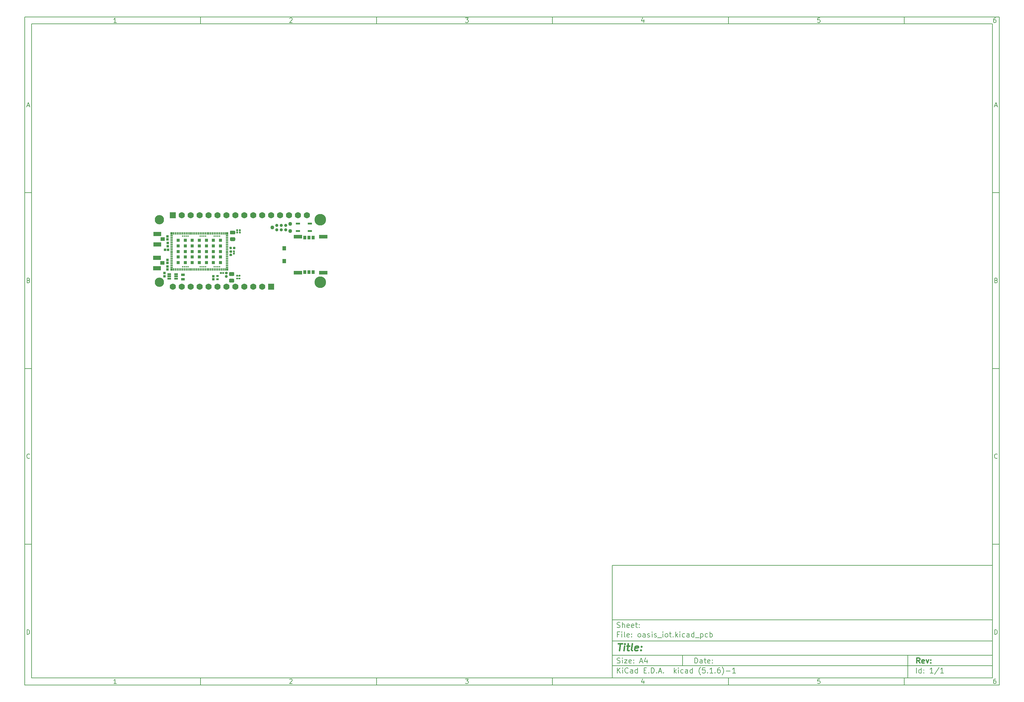
<source format=gts>
G04 #@! TF.GenerationSoftware,KiCad,Pcbnew,(5.1.6)-1*
G04 #@! TF.CreationDate,2021-06-30T18:45:26-06:00*
G04 #@! TF.ProjectId,oasis_iot,6f617369-735f-4696-9f74-2e6b69636164,rev?*
G04 #@! TF.SameCoordinates,Original*
G04 #@! TF.FileFunction,Soldermask,Top*
G04 #@! TF.FilePolarity,Negative*
%FSLAX46Y46*%
G04 Gerber Fmt 4.6, Leading zero omitted, Abs format (unit mm)*
G04 Created by KiCad (PCBNEW (5.1.6)-1) date 2021-06-30 18:45:26*
%MOMM*%
%LPD*%
G01*
G04 APERTURE LIST*
%ADD10C,0.100000*%
%ADD11C,0.150000*%
%ADD12C,0.300000*%
%ADD13C,0.400000*%
%ADD14C,1.776400*%
%ADD15R,1.776400X1.776400*%
%ADD16C,2.640000*%
%ADD17C,3.300000*%
%ADD18R,1.000000X0.800000*%
%ADD19R,1.100000X1.200000*%
%ADD20R,0.900000X1.100000*%
%ADD21R,2.400000X1.100000*%
%ADD22R,0.900000X0.900000*%
%ADD23R,0.400000X0.400000*%
%ADD24R,0.400000X0.640000*%
%ADD25R,0.640000X0.640000*%
%ADD26R,0.640000X0.400000*%
%ADD27R,1.150000X1.100000*%
%ADD28R,2.300000X1.150000*%
%ADD29R,0.700000X0.640000*%
%ADD30R,1.070000X0.490000*%
%ADD31R,1.243000X0.506400*%
%ADD32R,0.730000X0.610000*%
%ADD33C,0.887000*%
%ADD34C,1.091000*%
%ADD35R,0.640000X0.700000*%
G04 APERTURE END LIST*
D10*
D11*
X177002200Y-166007200D02*
X177002200Y-198007200D01*
X285002200Y-198007200D01*
X285002200Y-166007200D01*
X177002200Y-166007200D01*
D10*
D11*
X10000000Y-10000000D02*
X10000000Y-200007200D01*
X287002200Y-200007200D01*
X287002200Y-10000000D01*
X10000000Y-10000000D01*
D10*
D11*
X12000000Y-12000000D02*
X12000000Y-198007200D01*
X285002200Y-198007200D01*
X285002200Y-12000000D01*
X12000000Y-12000000D01*
D10*
D11*
X60000000Y-12000000D02*
X60000000Y-10000000D01*
D10*
D11*
X110000000Y-12000000D02*
X110000000Y-10000000D01*
D10*
D11*
X160000000Y-12000000D02*
X160000000Y-10000000D01*
D10*
D11*
X210000000Y-12000000D02*
X210000000Y-10000000D01*
D10*
D11*
X260000000Y-12000000D02*
X260000000Y-10000000D01*
D10*
D11*
X36065476Y-11588095D02*
X35322619Y-11588095D01*
X35694047Y-11588095D02*
X35694047Y-10288095D01*
X35570238Y-10473809D01*
X35446428Y-10597619D01*
X35322619Y-10659523D01*
D10*
D11*
X85322619Y-10411904D02*
X85384523Y-10350000D01*
X85508333Y-10288095D01*
X85817857Y-10288095D01*
X85941666Y-10350000D01*
X86003571Y-10411904D01*
X86065476Y-10535714D01*
X86065476Y-10659523D01*
X86003571Y-10845238D01*
X85260714Y-11588095D01*
X86065476Y-11588095D01*
D10*
D11*
X135260714Y-10288095D02*
X136065476Y-10288095D01*
X135632142Y-10783333D01*
X135817857Y-10783333D01*
X135941666Y-10845238D01*
X136003571Y-10907142D01*
X136065476Y-11030952D01*
X136065476Y-11340476D01*
X136003571Y-11464285D01*
X135941666Y-11526190D01*
X135817857Y-11588095D01*
X135446428Y-11588095D01*
X135322619Y-11526190D01*
X135260714Y-11464285D01*
D10*
D11*
X185941666Y-10721428D02*
X185941666Y-11588095D01*
X185632142Y-10226190D02*
X185322619Y-11154761D01*
X186127380Y-11154761D01*
D10*
D11*
X236003571Y-10288095D02*
X235384523Y-10288095D01*
X235322619Y-10907142D01*
X235384523Y-10845238D01*
X235508333Y-10783333D01*
X235817857Y-10783333D01*
X235941666Y-10845238D01*
X236003571Y-10907142D01*
X236065476Y-11030952D01*
X236065476Y-11340476D01*
X236003571Y-11464285D01*
X235941666Y-11526190D01*
X235817857Y-11588095D01*
X235508333Y-11588095D01*
X235384523Y-11526190D01*
X235322619Y-11464285D01*
D10*
D11*
X285941666Y-10288095D02*
X285694047Y-10288095D01*
X285570238Y-10350000D01*
X285508333Y-10411904D01*
X285384523Y-10597619D01*
X285322619Y-10845238D01*
X285322619Y-11340476D01*
X285384523Y-11464285D01*
X285446428Y-11526190D01*
X285570238Y-11588095D01*
X285817857Y-11588095D01*
X285941666Y-11526190D01*
X286003571Y-11464285D01*
X286065476Y-11340476D01*
X286065476Y-11030952D01*
X286003571Y-10907142D01*
X285941666Y-10845238D01*
X285817857Y-10783333D01*
X285570238Y-10783333D01*
X285446428Y-10845238D01*
X285384523Y-10907142D01*
X285322619Y-11030952D01*
D10*
D11*
X60000000Y-198007200D02*
X60000000Y-200007200D01*
D10*
D11*
X110000000Y-198007200D02*
X110000000Y-200007200D01*
D10*
D11*
X160000000Y-198007200D02*
X160000000Y-200007200D01*
D10*
D11*
X210000000Y-198007200D02*
X210000000Y-200007200D01*
D10*
D11*
X260000000Y-198007200D02*
X260000000Y-200007200D01*
D10*
D11*
X36065476Y-199595295D02*
X35322619Y-199595295D01*
X35694047Y-199595295D02*
X35694047Y-198295295D01*
X35570238Y-198481009D01*
X35446428Y-198604819D01*
X35322619Y-198666723D01*
D10*
D11*
X85322619Y-198419104D02*
X85384523Y-198357200D01*
X85508333Y-198295295D01*
X85817857Y-198295295D01*
X85941666Y-198357200D01*
X86003571Y-198419104D01*
X86065476Y-198542914D01*
X86065476Y-198666723D01*
X86003571Y-198852438D01*
X85260714Y-199595295D01*
X86065476Y-199595295D01*
D10*
D11*
X135260714Y-198295295D02*
X136065476Y-198295295D01*
X135632142Y-198790533D01*
X135817857Y-198790533D01*
X135941666Y-198852438D01*
X136003571Y-198914342D01*
X136065476Y-199038152D01*
X136065476Y-199347676D01*
X136003571Y-199471485D01*
X135941666Y-199533390D01*
X135817857Y-199595295D01*
X135446428Y-199595295D01*
X135322619Y-199533390D01*
X135260714Y-199471485D01*
D10*
D11*
X185941666Y-198728628D02*
X185941666Y-199595295D01*
X185632142Y-198233390D02*
X185322619Y-199161961D01*
X186127380Y-199161961D01*
D10*
D11*
X236003571Y-198295295D02*
X235384523Y-198295295D01*
X235322619Y-198914342D01*
X235384523Y-198852438D01*
X235508333Y-198790533D01*
X235817857Y-198790533D01*
X235941666Y-198852438D01*
X236003571Y-198914342D01*
X236065476Y-199038152D01*
X236065476Y-199347676D01*
X236003571Y-199471485D01*
X235941666Y-199533390D01*
X235817857Y-199595295D01*
X235508333Y-199595295D01*
X235384523Y-199533390D01*
X235322619Y-199471485D01*
D10*
D11*
X285941666Y-198295295D02*
X285694047Y-198295295D01*
X285570238Y-198357200D01*
X285508333Y-198419104D01*
X285384523Y-198604819D01*
X285322619Y-198852438D01*
X285322619Y-199347676D01*
X285384523Y-199471485D01*
X285446428Y-199533390D01*
X285570238Y-199595295D01*
X285817857Y-199595295D01*
X285941666Y-199533390D01*
X286003571Y-199471485D01*
X286065476Y-199347676D01*
X286065476Y-199038152D01*
X286003571Y-198914342D01*
X285941666Y-198852438D01*
X285817857Y-198790533D01*
X285570238Y-198790533D01*
X285446428Y-198852438D01*
X285384523Y-198914342D01*
X285322619Y-199038152D01*
D10*
D11*
X10000000Y-60000000D02*
X12000000Y-60000000D01*
D10*
D11*
X10000000Y-110000000D02*
X12000000Y-110000000D01*
D10*
D11*
X10000000Y-160000000D02*
X12000000Y-160000000D01*
D10*
D11*
X10690476Y-35216666D02*
X11309523Y-35216666D01*
X10566666Y-35588095D02*
X11000000Y-34288095D01*
X11433333Y-35588095D01*
D10*
D11*
X11092857Y-84907142D02*
X11278571Y-84969047D01*
X11340476Y-85030952D01*
X11402380Y-85154761D01*
X11402380Y-85340476D01*
X11340476Y-85464285D01*
X11278571Y-85526190D01*
X11154761Y-85588095D01*
X10659523Y-85588095D01*
X10659523Y-84288095D01*
X11092857Y-84288095D01*
X11216666Y-84350000D01*
X11278571Y-84411904D01*
X11340476Y-84535714D01*
X11340476Y-84659523D01*
X11278571Y-84783333D01*
X11216666Y-84845238D01*
X11092857Y-84907142D01*
X10659523Y-84907142D01*
D10*
D11*
X11402380Y-135464285D02*
X11340476Y-135526190D01*
X11154761Y-135588095D01*
X11030952Y-135588095D01*
X10845238Y-135526190D01*
X10721428Y-135402380D01*
X10659523Y-135278571D01*
X10597619Y-135030952D01*
X10597619Y-134845238D01*
X10659523Y-134597619D01*
X10721428Y-134473809D01*
X10845238Y-134350000D01*
X11030952Y-134288095D01*
X11154761Y-134288095D01*
X11340476Y-134350000D01*
X11402380Y-134411904D01*
D10*
D11*
X10659523Y-185588095D02*
X10659523Y-184288095D01*
X10969047Y-184288095D01*
X11154761Y-184350000D01*
X11278571Y-184473809D01*
X11340476Y-184597619D01*
X11402380Y-184845238D01*
X11402380Y-185030952D01*
X11340476Y-185278571D01*
X11278571Y-185402380D01*
X11154761Y-185526190D01*
X10969047Y-185588095D01*
X10659523Y-185588095D01*
D10*
D11*
X287002200Y-60000000D02*
X285002200Y-60000000D01*
D10*
D11*
X287002200Y-110000000D02*
X285002200Y-110000000D01*
D10*
D11*
X287002200Y-160000000D02*
X285002200Y-160000000D01*
D10*
D11*
X285692676Y-35216666D02*
X286311723Y-35216666D01*
X285568866Y-35588095D02*
X286002200Y-34288095D01*
X286435533Y-35588095D01*
D10*
D11*
X286095057Y-84907142D02*
X286280771Y-84969047D01*
X286342676Y-85030952D01*
X286404580Y-85154761D01*
X286404580Y-85340476D01*
X286342676Y-85464285D01*
X286280771Y-85526190D01*
X286156961Y-85588095D01*
X285661723Y-85588095D01*
X285661723Y-84288095D01*
X286095057Y-84288095D01*
X286218866Y-84350000D01*
X286280771Y-84411904D01*
X286342676Y-84535714D01*
X286342676Y-84659523D01*
X286280771Y-84783333D01*
X286218866Y-84845238D01*
X286095057Y-84907142D01*
X285661723Y-84907142D01*
D10*
D11*
X286404580Y-135464285D02*
X286342676Y-135526190D01*
X286156961Y-135588095D01*
X286033152Y-135588095D01*
X285847438Y-135526190D01*
X285723628Y-135402380D01*
X285661723Y-135278571D01*
X285599819Y-135030952D01*
X285599819Y-134845238D01*
X285661723Y-134597619D01*
X285723628Y-134473809D01*
X285847438Y-134350000D01*
X286033152Y-134288095D01*
X286156961Y-134288095D01*
X286342676Y-134350000D01*
X286404580Y-134411904D01*
D10*
D11*
X285661723Y-185588095D02*
X285661723Y-184288095D01*
X285971247Y-184288095D01*
X286156961Y-184350000D01*
X286280771Y-184473809D01*
X286342676Y-184597619D01*
X286404580Y-184845238D01*
X286404580Y-185030952D01*
X286342676Y-185278571D01*
X286280771Y-185402380D01*
X286156961Y-185526190D01*
X285971247Y-185588095D01*
X285661723Y-185588095D01*
D10*
D11*
X200434342Y-193785771D02*
X200434342Y-192285771D01*
X200791485Y-192285771D01*
X201005771Y-192357200D01*
X201148628Y-192500057D01*
X201220057Y-192642914D01*
X201291485Y-192928628D01*
X201291485Y-193142914D01*
X201220057Y-193428628D01*
X201148628Y-193571485D01*
X201005771Y-193714342D01*
X200791485Y-193785771D01*
X200434342Y-193785771D01*
X202577200Y-193785771D02*
X202577200Y-193000057D01*
X202505771Y-192857200D01*
X202362914Y-192785771D01*
X202077200Y-192785771D01*
X201934342Y-192857200D01*
X202577200Y-193714342D02*
X202434342Y-193785771D01*
X202077200Y-193785771D01*
X201934342Y-193714342D01*
X201862914Y-193571485D01*
X201862914Y-193428628D01*
X201934342Y-193285771D01*
X202077200Y-193214342D01*
X202434342Y-193214342D01*
X202577200Y-193142914D01*
X203077200Y-192785771D02*
X203648628Y-192785771D01*
X203291485Y-192285771D02*
X203291485Y-193571485D01*
X203362914Y-193714342D01*
X203505771Y-193785771D01*
X203648628Y-193785771D01*
X204720057Y-193714342D02*
X204577200Y-193785771D01*
X204291485Y-193785771D01*
X204148628Y-193714342D01*
X204077200Y-193571485D01*
X204077200Y-193000057D01*
X204148628Y-192857200D01*
X204291485Y-192785771D01*
X204577200Y-192785771D01*
X204720057Y-192857200D01*
X204791485Y-193000057D01*
X204791485Y-193142914D01*
X204077200Y-193285771D01*
X205434342Y-193642914D02*
X205505771Y-193714342D01*
X205434342Y-193785771D01*
X205362914Y-193714342D01*
X205434342Y-193642914D01*
X205434342Y-193785771D01*
X205434342Y-192857200D02*
X205505771Y-192928628D01*
X205434342Y-193000057D01*
X205362914Y-192928628D01*
X205434342Y-192857200D01*
X205434342Y-193000057D01*
D10*
D11*
X177002200Y-194507200D02*
X285002200Y-194507200D01*
D10*
D11*
X178434342Y-196585771D02*
X178434342Y-195085771D01*
X179291485Y-196585771D02*
X178648628Y-195728628D01*
X179291485Y-195085771D02*
X178434342Y-195942914D01*
X179934342Y-196585771D02*
X179934342Y-195585771D01*
X179934342Y-195085771D02*
X179862914Y-195157200D01*
X179934342Y-195228628D01*
X180005771Y-195157200D01*
X179934342Y-195085771D01*
X179934342Y-195228628D01*
X181505771Y-196442914D02*
X181434342Y-196514342D01*
X181220057Y-196585771D01*
X181077200Y-196585771D01*
X180862914Y-196514342D01*
X180720057Y-196371485D01*
X180648628Y-196228628D01*
X180577200Y-195942914D01*
X180577200Y-195728628D01*
X180648628Y-195442914D01*
X180720057Y-195300057D01*
X180862914Y-195157200D01*
X181077200Y-195085771D01*
X181220057Y-195085771D01*
X181434342Y-195157200D01*
X181505771Y-195228628D01*
X182791485Y-196585771D02*
X182791485Y-195800057D01*
X182720057Y-195657200D01*
X182577200Y-195585771D01*
X182291485Y-195585771D01*
X182148628Y-195657200D01*
X182791485Y-196514342D02*
X182648628Y-196585771D01*
X182291485Y-196585771D01*
X182148628Y-196514342D01*
X182077200Y-196371485D01*
X182077200Y-196228628D01*
X182148628Y-196085771D01*
X182291485Y-196014342D01*
X182648628Y-196014342D01*
X182791485Y-195942914D01*
X184148628Y-196585771D02*
X184148628Y-195085771D01*
X184148628Y-196514342D02*
X184005771Y-196585771D01*
X183720057Y-196585771D01*
X183577200Y-196514342D01*
X183505771Y-196442914D01*
X183434342Y-196300057D01*
X183434342Y-195871485D01*
X183505771Y-195728628D01*
X183577200Y-195657200D01*
X183720057Y-195585771D01*
X184005771Y-195585771D01*
X184148628Y-195657200D01*
X186005771Y-195800057D02*
X186505771Y-195800057D01*
X186720057Y-196585771D02*
X186005771Y-196585771D01*
X186005771Y-195085771D01*
X186720057Y-195085771D01*
X187362914Y-196442914D02*
X187434342Y-196514342D01*
X187362914Y-196585771D01*
X187291485Y-196514342D01*
X187362914Y-196442914D01*
X187362914Y-196585771D01*
X188077200Y-196585771D02*
X188077200Y-195085771D01*
X188434342Y-195085771D01*
X188648628Y-195157200D01*
X188791485Y-195300057D01*
X188862914Y-195442914D01*
X188934342Y-195728628D01*
X188934342Y-195942914D01*
X188862914Y-196228628D01*
X188791485Y-196371485D01*
X188648628Y-196514342D01*
X188434342Y-196585771D01*
X188077200Y-196585771D01*
X189577200Y-196442914D02*
X189648628Y-196514342D01*
X189577200Y-196585771D01*
X189505771Y-196514342D01*
X189577200Y-196442914D01*
X189577200Y-196585771D01*
X190220057Y-196157200D02*
X190934342Y-196157200D01*
X190077200Y-196585771D02*
X190577200Y-195085771D01*
X191077200Y-196585771D01*
X191577200Y-196442914D02*
X191648628Y-196514342D01*
X191577200Y-196585771D01*
X191505771Y-196514342D01*
X191577200Y-196442914D01*
X191577200Y-196585771D01*
X194577200Y-196585771D02*
X194577200Y-195085771D01*
X194720057Y-196014342D02*
X195148628Y-196585771D01*
X195148628Y-195585771D02*
X194577200Y-196157200D01*
X195791485Y-196585771D02*
X195791485Y-195585771D01*
X195791485Y-195085771D02*
X195720057Y-195157200D01*
X195791485Y-195228628D01*
X195862914Y-195157200D01*
X195791485Y-195085771D01*
X195791485Y-195228628D01*
X197148628Y-196514342D02*
X197005771Y-196585771D01*
X196720057Y-196585771D01*
X196577200Y-196514342D01*
X196505771Y-196442914D01*
X196434342Y-196300057D01*
X196434342Y-195871485D01*
X196505771Y-195728628D01*
X196577200Y-195657200D01*
X196720057Y-195585771D01*
X197005771Y-195585771D01*
X197148628Y-195657200D01*
X198434342Y-196585771D02*
X198434342Y-195800057D01*
X198362914Y-195657200D01*
X198220057Y-195585771D01*
X197934342Y-195585771D01*
X197791485Y-195657200D01*
X198434342Y-196514342D02*
X198291485Y-196585771D01*
X197934342Y-196585771D01*
X197791485Y-196514342D01*
X197720057Y-196371485D01*
X197720057Y-196228628D01*
X197791485Y-196085771D01*
X197934342Y-196014342D01*
X198291485Y-196014342D01*
X198434342Y-195942914D01*
X199791485Y-196585771D02*
X199791485Y-195085771D01*
X199791485Y-196514342D02*
X199648628Y-196585771D01*
X199362914Y-196585771D01*
X199220057Y-196514342D01*
X199148628Y-196442914D01*
X199077200Y-196300057D01*
X199077200Y-195871485D01*
X199148628Y-195728628D01*
X199220057Y-195657200D01*
X199362914Y-195585771D01*
X199648628Y-195585771D01*
X199791485Y-195657200D01*
X202077200Y-197157200D02*
X202005771Y-197085771D01*
X201862914Y-196871485D01*
X201791485Y-196728628D01*
X201720057Y-196514342D01*
X201648628Y-196157200D01*
X201648628Y-195871485D01*
X201720057Y-195514342D01*
X201791485Y-195300057D01*
X201862914Y-195157200D01*
X202005771Y-194942914D01*
X202077200Y-194871485D01*
X203362914Y-195085771D02*
X202648628Y-195085771D01*
X202577200Y-195800057D01*
X202648628Y-195728628D01*
X202791485Y-195657200D01*
X203148628Y-195657200D01*
X203291485Y-195728628D01*
X203362914Y-195800057D01*
X203434342Y-195942914D01*
X203434342Y-196300057D01*
X203362914Y-196442914D01*
X203291485Y-196514342D01*
X203148628Y-196585771D01*
X202791485Y-196585771D01*
X202648628Y-196514342D01*
X202577200Y-196442914D01*
X204077200Y-196442914D02*
X204148628Y-196514342D01*
X204077200Y-196585771D01*
X204005771Y-196514342D01*
X204077200Y-196442914D01*
X204077200Y-196585771D01*
X205577200Y-196585771D02*
X204720057Y-196585771D01*
X205148628Y-196585771D02*
X205148628Y-195085771D01*
X205005771Y-195300057D01*
X204862914Y-195442914D01*
X204720057Y-195514342D01*
X206220057Y-196442914D02*
X206291485Y-196514342D01*
X206220057Y-196585771D01*
X206148628Y-196514342D01*
X206220057Y-196442914D01*
X206220057Y-196585771D01*
X207577200Y-195085771D02*
X207291485Y-195085771D01*
X207148628Y-195157200D01*
X207077200Y-195228628D01*
X206934342Y-195442914D01*
X206862914Y-195728628D01*
X206862914Y-196300057D01*
X206934342Y-196442914D01*
X207005771Y-196514342D01*
X207148628Y-196585771D01*
X207434342Y-196585771D01*
X207577200Y-196514342D01*
X207648628Y-196442914D01*
X207720057Y-196300057D01*
X207720057Y-195942914D01*
X207648628Y-195800057D01*
X207577200Y-195728628D01*
X207434342Y-195657200D01*
X207148628Y-195657200D01*
X207005771Y-195728628D01*
X206934342Y-195800057D01*
X206862914Y-195942914D01*
X208220057Y-197157200D02*
X208291485Y-197085771D01*
X208434342Y-196871485D01*
X208505771Y-196728628D01*
X208577200Y-196514342D01*
X208648628Y-196157200D01*
X208648628Y-195871485D01*
X208577200Y-195514342D01*
X208505771Y-195300057D01*
X208434342Y-195157200D01*
X208291485Y-194942914D01*
X208220057Y-194871485D01*
X209362914Y-196014342D02*
X210505771Y-196014342D01*
X212005771Y-196585771D02*
X211148628Y-196585771D01*
X211577200Y-196585771D02*
X211577200Y-195085771D01*
X211434342Y-195300057D01*
X211291485Y-195442914D01*
X211148628Y-195514342D01*
D10*
D11*
X177002200Y-191507200D02*
X285002200Y-191507200D01*
D10*
D12*
X264411485Y-193785771D02*
X263911485Y-193071485D01*
X263554342Y-193785771D02*
X263554342Y-192285771D01*
X264125771Y-192285771D01*
X264268628Y-192357200D01*
X264340057Y-192428628D01*
X264411485Y-192571485D01*
X264411485Y-192785771D01*
X264340057Y-192928628D01*
X264268628Y-193000057D01*
X264125771Y-193071485D01*
X263554342Y-193071485D01*
X265625771Y-193714342D02*
X265482914Y-193785771D01*
X265197200Y-193785771D01*
X265054342Y-193714342D01*
X264982914Y-193571485D01*
X264982914Y-193000057D01*
X265054342Y-192857200D01*
X265197200Y-192785771D01*
X265482914Y-192785771D01*
X265625771Y-192857200D01*
X265697200Y-193000057D01*
X265697200Y-193142914D01*
X264982914Y-193285771D01*
X266197200Y-192785771D02*
X266554342Y-193785771D01*
X266911485Y-192785771D01*
X267482914Y-193642914D02*
X267554342Y-193714342D01*
X267482914Y-193785771D01*
X267411485Y-193714342D01*
X267482914Y-193642914D01*
X267482914Y-193785771D01*
X267482914Y-192857200D02*
X267554342Y-192928628D01*
X267482914Y-193000057D01*
X267411485Y-192928628D01*
X267482914Y-192857200D01*
X267482914Y-193000057D01*
D10*
D11*
X178362914Y-193714342D02*
X178577200Y-193785771D01*
X178934342Y-193785771D01*
X179077200Y-193714342D01*
X179148628Y-193642914D01*
X179220057Y-193500057D01*
X179220057Y-193357200D01*
X179148628Y-193214342D01*
X179077200Y-193142914D01*
X178934342Y-193071485D01*
X178648628Y-193000057D01*
X178505771Y-192928628D01*
X178434342Y-192857200D01*
X178362914Y-192714342D01*
X178362914Y-192571485D01*
X178434342Y-192428628D01*
X178505771Y-192357200D01*
X178648628Y-192285771D01*
X179005771Y-192285771D01*
X179220057Y-192357200D01*
X179862914Y-193785771D02*
X179862914Y-192785771D01*
X179862914Y-192285771D02*
X179791485Y-192357200D01*
X179862914Y-192428628D01*
X179934342Y-192357200D01*
X179862914Y-192285771D01*
X179862914Y-192428628D01*
X180434342Y-192785771D02*
X181220057Y-192785771D01*
X180434342Y-193785771D01*
X181220057Y-193785771D01*
X182362914Y-193714342D02*
X182220057Y-193785771D01*
X181934342Y-193785771D01*
X181791485Y-193714342D01*
X181720057Y-193571485D01*
X181720057Y-193000057D01*
X181791485Y-192857200D01*
X181934342Y-192785771D01*
X182220057Y-192785771D01*
X182362914Y-192857200D01*
X182434342Y-193000057D01*
X182434342Y-193142914D01*
X181720057Y-193285771D01*
X183077200Y-193642914D02*
X183148628Y-193714342D01*
X183077200Y-193785771D01*
X183005771Y-193714342D01*
X183077200Y-193642914D01*
X183077200Y-193785771D01*
X183077200Y-192857200D02*
X183148628Y-192928628D01*
X183077200Y-193000057D01*
X183005771Y-192928628D01*
X183077200Y-192857200D01*
X183077200Y-193000057D01*
X184862914Y-193357200D02*
X185577200Y-193357200D01*
X184720057Y-193785771D02*
X185220057Y-192285771D01*
X185720057Y-193785771D01*
X186862914Y-192785771D02*
X186862914Y-193785771D01*
X186505771Y-192214342D02*
X186148628Y-193285771D01*
X187077200Y-193285771D01*
D10*
D11*
X263434342Y-196585771D02*
X263434342Y-195085771D01*
X264791485Y-196585771D02*
X264791485Y-195085771D01*
X264791485Y-196514342D02*
X264648628Y-196585771D01*
X264362914Y-196585771D01*
X264220057Y-196514342D01*
X264148628Y-196442914D01*
X264077200Y-196300057D01*
X264077200Y-195871485D01*
X264148628Y-195728628D01*
X264220057Y-195657200D01*
X264362914Y-195585771D01*
X264648628Y-195585771D01*
X264791485Y-195657200D01*
X265505771Y-196442914D02*
X265577200Y-196514342D01*
X265505771Y-196585771D01*
X265434342Y-196514342D01*
X265505771Y-196442914D01*
X265505771Y-196585771D01*
X265505771Y-195657200D02*
X265577200Y-195728628D01*
X265505771Y-195800057D01*
X265434342Y-195728628D01*
X265505771Y-195657200D01*
X265505771Y-195800057D01*
X268148628Y-196585771D02*
X267291485Y-196585771D01*
X267720057Y-196585771D02*
X267720057Y-195085771D01*
X267577200Y-195300057D01*
X267434342Y-195442914D01*
X267291485Y-195514342D01*
X269862914Y-195014342D02*
X268577200Y-196942914D01*
X271148628Y-196585771D02*
X270291485Y-196585771D01*
X270720057Y-196585771D02*
X270720057Y-195085771D01*
X270577200Y-195300057D01*
X270434342Y-195442914D01*
X270291485Y-195514342D01*
D10*
D11*
X177002200Y-187507200D02*
X285002200Y-187507200D01*
D10*
D13*
X178714580Y-188211961D02*
X179857438Y-188211961D01*
X179036009Y-190211961D02*
X179286009Y-188211961D01*
X180274104Y-190211961D02*
X180440771Y-188878628D01*
X180524104Y-188211961D02*
X180416961Y-188307200D01*
X180500295Y-188402438D01*
X180607438Y-188307200D01*
X180524104Y-188211961D01*
X180500295Y-188402438D01*
X181107438Y-188878628D02*
X181869342Y-188878628D01*
X181476485Y-188211961D02*
X181262200Y-189926247D01*
X181333628Y-190116723D01*
X181512200Y-190211961D01*
X181702676Y-190211961D01*
X182655057Y-190211961D02*
X182476485Y-190116723D01*
X182405057Y-189926247D01*
X182619342Y-188211961D01*
X184190771Y-190116723D02*
X183988390Y-190211961D01*
X183607438Y-190211961D01*
X183428866Y-190116723D01*
X183357438Y-189926247D01*
X183452676Y-189164342D01*
X183571723Y-188973866D01*
X183774104Y-188878628D01*
X184155057Y-188878628D01*
X184333628Y-188973866D01*
X184405057Y-189164342D01*
X184381247Y-189354819D01*
X183405057Y-189545295D01*
X185155057Y-190021485D02*
X185238390Y-190116723D01*
X185131247Y-190211961D01*
X185047914Y-190116723D01*
X185155057Y-190021485D01*
X185131247Y-190211961D01*
X185286009Y-188973866D02*
X185369342Y-189069104D01*
X185262200Y-189164342D01*
X185178866Y-189069104D01*
X185286009Y-188973866D01*
X185262200Y-189164342D01*
D10*
D11*
X178934342Y-185600057D02*
X178434342Y-185600057D01*
X178434342Y-186385771D02*
X178434342Y-184885771D01*
X179148628Y-184885771D01*
X179720057Y-186385771D02*
X179720057Y-185385771D01*
X179720057Y-184885771D02*
X179648628Y-184957200D01*
X179720057Y-185028628D01*
X179791485Y-184957200D01*
X179720057Y-184885771D01*
X179720057Y-185028628D01*
X180648628Y-186385771D02*
X180505771Y-186314342D01*
X180434342Y-186171485D01*
X180434342Y-184885771D01*
X181791485Y-186314342D02*
X181648628Y-186385771D01*
X181362914Y-186385771D01*
X181220057Y-186314342D01*
X181148628Y-186171485D01*
X181148628Y-185600057D01*
X181220057Y-185457200D01*
X181362914Y-185385771D01*
X181648628Y-185385771D01*
X181791485Y-185457200D01*
X181862914Y-185600057D01*
X181862914Y-185742914D01*
X181148628Y-185885771D01*
X182505771Y-186242914D02*
X182577200Y-186314342D01*
X182505771Y-186385771D01*
X182434342Y-186314342D01*
X182505771Y-186242914D01*
X182505771Y-186385771D01*
X182505771Y-185457200D02*
X182577200Y-185528628D01*
X182505771Y-185600057D01*
X182434342Y-185528628D01*
X182505771Y-185457200D01*
X182505771Y-185600057D01*
X184577200Y-186385771D02*
X184434342Y-186314342D01*
X184362914Y-186242914D01*
X184291485Y-186100057D01*
X184291485Y-185671485D01*
X184362914Y-185528628D01*
X184434342Y-185457200D01*
X184577200Y-185385771D01*
X184791485Y-185385771D01*
X184934342Y-185457200D01*
X185005771Y-185528628D01*
X185077200Y-185671485D01*
X185077200Y-186100057D01*
X185005771Y-186242914D01*
X184934342Y-186314342D01*
X184791485Y-186385771D01*
X184577200Y-186385771D01*
X186362914Y-186385771D02*
X186362914Y-185600057D01*
X186291485Y-185457200D01*
X186148628Y-185385771D01*
X185862914Y-185385771D01*
X185720057Y-185457200D01*
X186362914Y-186314342D02*
X186220057Y-186385771D01*
X185862914Y-186385771D01*
X185720057Y-186314342D01*
X185648628Y-186171485D01*
X185648628Y-186028628D01*
X185720057Y-185885771D01*
X185862914Y-185814342D01*
X186220057Y-185814342D01*
X186362914Y-185742914D01*
X187005771Y-186314342D02*
X187148628Y-186385771D01*
X187434342Y-186385771D01*
X187577200Y-186314342D01*
X187648628Y-186171485D01*
X187648628Y-186100057D01*
X187577200Y-185957200D01*
X187434342Y-185885771D01*
X187220057Y-185885771D01*
X187077200Y-185814342D01*
X187005771Y-185671485D01*
X187005771Y-185600057D01*
X187077200Y-185457200D01*
X187220057Y-185385771D01*
X187434342Y-185385771D01*
X187577200Y-185457200D01*
X188291485Y-186385771D02*
X188291485Y-185385771D01*
X188291485Y-184885771D02*
X188220057Y-184957200D01*
X188291485Y-185028628D01*
X188362914Y-184957200D01*
X188291485Y-184885771D01*
X188291485Y-185028628D01*
X188934342Y-186314342D02*
X189077200Y-186385771D01*
X189362914Y-186385771D01*
X189505771Y-186314342D01*
X189577200Y-186171485D01*
X189577200Y-186100057D01*
X189505771Y-185957200D01*
X189362914Y-185885771D01*
X189148628Y-185885771D01*
X189005771Y-185814342D01*
X188934342Y-185671485D01*
X188934342Y-185600057D01*
X189005771Y-185457200D01*
X189148628Y-185385771D01*
X189362914Y-185385771D01*
X189505771Y-185457200D01*
X189862914Y-186528628D02*
X191005771Y-186528628D01*
X191362914Y-186385771D02*
X191362914Y-185385771D01*
X191362914Y-184885771D02*
X191291485Y-184957200D01*
X191362914Y-185028628D01*
X191434342Y-184957200D01*
X191362914Y-184885771D01*
X191362914Y-185028628D01*
X192291485Y-186385771D02*
X192148628Y-186314342D01*
X192077200Y-186242914D01*
X192005771Y-186100057D01*
X192005771Y-185671485D01*
X192077200Y-185528628D01*
X192148628Y-185457200D01*
X192291485Y-185385771D01*
X192505771Y-185385771D01*
X192648628Y-185457200D01*
X192720057Y-185528628D01*
X192791485Y-185671485D01*
X192791485Y-186100057D01*
X192720057Y-186242914D01*
X192648628Y-186314342D01*
X192505771Y-186385771D01*
X192291485Y-186385771D01*
X193220057Y-185385771D02*
X193791485Y-185385771D01*
X193434342Y-184885771D02*
X193434342Y-186171485D01*
X193505771Y-186314342D01*
X193648628Y-186385771D01*
X193791485Y-186385771D01*
X194291485Y-186242914D02*
X194362914Y-186314342D01*
X194291485Y-186385771D01*
X194220057Y-186314342D01*
X194291485Y-186242914D01*
X194291485Y-186385771D01*
X195005771Y-186385771D02*
X195005771Y-184885771D01*
X195148628Y-185814342D02*
X195577200Y-186385771D01*
X195577200Y-185385771D02*
X195005771Y-185957200D01*
X196220057Y-186385771D02*
X196220057Y-185385771D01*
X196220057Y-184885771D02*
X196148628Y-184957200D01*
X196220057Y-185028628D01*
X196291485Y-184957200D01*
X196220057Y-184885771D01*
X196220057Y-185028628D01*
X197577200Y-186314342D02*
X197434342Y-186385771D01*
X197148628Y-186385771D01*
X197005771Y-186314342D01*
X196934342Y-186242914D01*
X196862914Y-186100057D01*
X196862914Y-185671485D01*
X196934342Y-185528628D01*
X197005771Y-185457200D01*
X197148628Y-185385771D01*
X197434342Y-185385771D01*
X197577200Y-185457200D01*
X198862914Y-186385771D02*
X198862914Y-185600057D01*
X198791485Y-185457200D01*
X198648628Y-185385771D01*
X198362914Y-185385771D01*
X198220057Y-185457200D01*
X198862914Y-186314342D02*
X198720057Y-186385771D01*
X198362914Y-186385771D01*
X198220057Y-186314342D01*
X198148628Y-186171485D01*
X198148628Y-186028628D01*
X198220057Y-185885771D01*
X198362914Y-185814342D01*
X198720057Y-185814342D01*
X198862914Y-185742914D01*
X200220057Y-186385771D02*
X200220057Y-184885771D01*
X200220057Y-186314342D02*
X200077200Y-186385771D01*
X199791485Y-186385771D01*
X199648628Y-186314342D01*
X199577200Y-186242914D01*
X199505771Y-186100057D01*
X199505771Y-185671485D01*
X199577200Y-185528628D01*
X199648628Y-185457200D01*
X199791485Y-185385771D01*
X200077200Y-185385771D01*
X200220057Y-185457200D01*
X200577200Y-186528628D02*
X201720057Y-186528628D01*
X202077200Y-185385771D02*
X202077200Y-186885771D01*
X202077200Y-185457200D02*
X202220057Y-185385771D01*
X202505771Y-185385771D01*
X202648628Y-185457200D01*
X202720057Y-185528628D01*
X202791485Y-185671485D01*
X202791485Y-186100057D01*
X202720057Y-186242914D01*
X202648628Y-186314342D01*
X202505771Y-186385771D01*
X202220057Y-186385771D01*
X202077200Y-186314342D01*
X204077200Y-186314342D02*
X203934342Y-186385771D01*
X203648628Y-186385771D01*
X203505771Y-186314342D01*
X203434342Y-186242914D01*
X203362914Y-186100057D01*
X203362914Y-185671485D01*
X203434342Y-185528628D01*
X203505771Y-185457200D01*
X203648628Y-185385771D01*
X203934342Y-185385771D01*
X204077200Y-185457200D01*
X204720057Y-186385771D02*
X204720057Y-184885771D01*
X204720057Y-185457200D02*
X204862914Y-185385771D01*
X205148628Y-185385771D01*
X205291485Y-185457200D01*
X205362914Y-185528628D01*
X205434342Y-185671485D01*
X205434342Y-186100057D01*
X205362914Y-186242914D01*
X205291485Y-186314342D01*
X205148628Y-186385771D01*
X204862914Y-186385771D01*
X204720057Y-186314342D01*
D10*
D11*
X177002200Y-181507200D02*
X285002200Y-181507200D01*
D10*
D11*
X178362914Y-183614342D02*
X178577200Y-183685771D01*
X178934342Y-183685771D01*
X179077200Y-183614342D01*
X179148628Y-183542914D01*
X179220057Y-183400057D01*
X179220057Y-183257200D01*
X179148628Y-183114342D01*
X179077200Y-183042914D01*
X178934342Y-182971485D01*
X178648628Y-182900057D01*
X178505771Y-182828628D01*
X178434342Y-182757200D01*
X178362914Y-182614342D01*
X178362914Y-182471485D01*
X178434342Y-182328628D01*
X178505771Y-182257200D01*
X178648628Y-182185771D01*
X179005771Y-182185771D01*
X179220057Y-182257200D01*
X179862914Y-183685771D02*
X179862914Y-182185771D01*
X180505771Y-183685771D02*
X180505771Y-182900057D01*
X180434342Y-182757200D01*
X180291485Y-182685771D01*
X180077200Y-182685771D01*
X179934342Y-182757200D01*
X179862914Y-182828628D01*
X181791485Y-183614342D02*
X181648628Y-183685771D01*
X181362914Y-183685771D01*
X181220057Y-183614342D01*
X181148628Y-183471485D01*
X181148628Y-182900057D01*
X181220057Y-182757200D01*
X181362914Y-182685771D01*
X181648628Y-182685771D01*
X181791485Y-182757200D01*
X181862914Y-182900057D01*
X181862914Y-183042914D01*
X181148628Y-183185771D01*
X183077200Y-183614342D02*
X182934342Y-183685771D01*
X182648628Y-183685771D01*
X182505771Y-183614342D01*
X182434342Y-183471485D01*
X182434342Y-182900057D01*
X182505771Y-182757200D01*
X182648628Y-182685771D01*
X182934342Y-182685771D01*
X183077200Y-182757200D01*
X183148628Y-182900057D01*
X183148628Y-183042914D01*
X182434342Y-183185771D01*
X183577200Y-182685771D02*
X184148628Y-182685771D01*
X183791485Y-182185771D02*
X183791485Y-183471485D01*
X183862914Y-183614342D01*
X184005771Y-183685771D01*
X184148628Y-183685771D01*
X184648628Y-183542914D02*
X184720057Y-183614342D01*
X184648628Y-183685771D01*
X184577200Y-183614342D01*
X184648628Y-183542914D01*
X184648628Y-183685771D01*
X184648628Y-182757200D02*
X184720057Y-182828628D01*
X184648628Y-182900057D01*
X184577200Y-182828628D01*
X184648628Y-182757200D01*
X184648628Y-182900057D01*
D10*
D11*
X197002200Y-191507200D02*
X197002200Y-194507200D01*
D10*
D11*
X261002200Y-191507200D02*
X261002200Y-198007200D01*
D14*
X52080000Y-86750000D03*
D15*
X80020000Y-86750000D03*
D14*
X77480000Y-86750000D03*
X74940000Y-86750000D03*
X72400000Y-86750000D03*
X54620000Y-86750000D03*
X57160000Y-86750000D03*
X59700000Y-86750000D03*
X62240000Y-86750000D03*
X64780000Y-86750000D03*
X67320000Y-86750000D03*
X69860000Y-86750000D03*
D16*
X48270000Y-85480000D03*
X48270000Y-67700000D03*
D17*
X93990000Y-85480000D03*
X93990000Y-67700000D03*
D14*
X90180000Y-66430000D03*
D15*
X52080000Y-66430000D03*
D14*
X57160000Y-66430000D03*
X54620000Y-66430000D03*
X59700000Y-66430000D03*
X87640000Y-66430000D03*
X85100000Y-66430000D03*
X82560000Y-66430000D03*
X64780000Y-66430000D03*
X62240000Y-66430000D03*
X67320000Y-66430000D03*
X80020000Y-66430000D03*
X77480000Y-66430000D03*
X74940000Y-66430000D03*
X69860000Y-66430000D03*
X72400000Y-66430000D03*
D18*
X54990000Y-84650000D03*
X54990000Y-83350000D03*
D19*
X83739000Y-75820000D03*
X83739000Y-79460000D03*
D20*
X89614000Y-82540000D03*
X90814000Y-82540000D03*
X89614000Y-72740000D03*
X90814000Y-72740000D03*
X92014000Y-72740000D03*
X92014000Y-82540000D03*
D21*
X94864000Y-72540000D03*
X87664000Y-72540000D03*
X87664000Y-82740000D03*
X94864000Y-82740000D03*
G36*
G01*
X66060000Y-82705000D02*
X66060000Y-82955000D01*
G75*
G02*
X65935000Y-83080000I-125000J0D01*
G01*
X65625000Y-83080000D01*
G75*
G02*
X65500000Y-82955000I0J125000D01*
G01*
X65500000Y-82705000D01*
G75*
G02*
X65625000Y-82580000I125000J0D01*
G01*
X65935000Y-82580000D01*
G75*
G02*
X66060000Y-82705000I0J-125000D01*
G01*
G37*
G36*
G01*
X66700000Y-82705000D02*
X66700000Y-82955000D01*
G75*
G02*
X66575000Y-83080000I-125000J0D01*
G01*
X66265000Y-83080000D01*
G75*
G02*
X66140000Y-82955000I0J125000D01*
G01*
X66140000Y-82705000D01*
G75*
G02*
X66265000Y-82580000I125000J0D01*
G01*
X66575000Y-82580000D01*
G75*
G02*
X66700000Y-82705000I0J-125000D01*
G01*
G37*
G36*
G01*
X67527500Y-83180000D02*
X67132500Y-83180000D01*
G75*
G02*
X66960000Y-83007500I0J172500D01*
G01*
X66960000Y-82662500D01*
G75*
G02*
X67132500Y-82490000I172500J0D01*
G01*
X67527500Y-82490000D01*
G75*
G02*
X67700000Y-82662500I0J-172500D01*
G01*
X67700000Y-83007500D01*
G75*
G02*
X67527500Y-83180000I-172500J0D01*
G01*
G37*
G36*
G01*
X67527500Y-84150000D02*
X67132500Y-84150000D01*
G75*
G02*
X66960000Y-83977500I0J172500D01*
G01*
X66960000Y-83632500D01*
G75*
G02*
X67132500Y-83460000I172500J0D01*
G01*
X67527500Y-83460000D01*
G75*
G02*
X67700000Y-83632500I0J-172500D01*
G01*
X67700000Y-83977500D01*
G75*
G02*
X67527500Y-84150000I-172500J0D01*
G01*
G37*
G36*
G01*
X68210000Y-75907500D02*
X68210000Y-75512500D01*
G75*
G02*
X68382500Y-75340000I172500J0D01*
G01*
X68727500Y-75340000D01*
G75*
G02*
X68900000Y-75512500I0J-172500D01*
G01*
X68900000Y-75907500D01*
G75*
G02*
X68727500Y-76080000I-172500J0D01*
G01*
X68382500Y-76080000D01*
G75*
G02*
X68210000Y-75907500I0J172500D01*
G01*
G37*
G36*
G01*
X69180000Y-75907500D02*
X69180000Y-75512500D01*
G75*
G02*
X69352500Y-75340000I172500J0D01*
G01*
X69697500Y-75340000D01*
G75*
G02*
X69870000Y-75512500I0J-172500D01*
G01*
X69870000Y-75907500D01*
G75*
G02*
X69697500Y-76080000I-172500J0D01*
G01*
X69352500Y-76080000D01*
G75*
G02*
X69180000Y-75907500I0J172500D01*
G01*
G37*
G36*
G01*
X70760000Y-84525000D02*
X70760000Y-84275000D01*
G75*
G02*
X70885000Y-84150000I125000J0D01*
G01*
X71195000Y-84150000D01*
G75*
G02*
X71320000Y-84275000I0J-125000D01*
G01*
X71320000Y-84525000D01*
G75*
G02*
X71195000Y-84650000I-125000J0D01*
G01*
X70885000Y-84650000D01*
G75*
G02*
X70760000Y-84525000I0J125000D01*
G01*
G37*
G36*
G01*
X70120000Y-84525000D02*
X70120000Y-84275000D01*
G75*
G02*
X70245000Y-84150000I125000J0D01*
G01*
X70555000Y-84150000D01*
G75*
G02*
X70680000Y-84275000I0J-125000D01*
G01*
X70680000Y-84525000D01*
G75*
G02*
X70555000Y-84650000I-125000J0D01*
G01*
X70245000Y-84650000D01*
G75*
G02*
X70120000Y-84525000I0J125000D01*
G01*
G37*
G36*
G01*
X69365000Y-77030000D02*
X69615000Y-77030000D01*
G75*
G02*
X69740000Y-77155000I0J-125000D01*
G01*
X69740000Y-77465000D01*
G75*
G02*
X69615000Y-77590000I-125000J0D01*
G01*
X69365000Y-77590000D01*
G75*
G02*
X69240000Y-77465000I0J125000D01*
G01*
X69240000Y-77155000D01*
G75*
G02*
X69365000Y-77030000I125000J0D01*
G01*
G37*
G36*
G01*
X69365000Y-76390000D02*
X69615000Y-76390000D01*
G75*
G02*
X69740000Y-76515000I0J-125000D01*
G01*
X69740000Y-76825000D01*
G75*
G02*
X69615000Y-76950000I-125000J0D01*
G01*
X69365000Y-76950000D01*
G75*
G02*
X69240000Y-76825000I0J125000D01*
G01*
X69240000Y-76515000D01*
G75*
G02*
X69365000Y-76390000I125000J0D01*
G01*
G37*
G36*
G01*
X70110000Y-83745000D02*
X70110000Y-83495000D01*
G75*
G02*
X70235000Y-83370000I125000J0D01*
G01*
X70545000Y-83370000D01*
G75*
G02*
X70670000Y-83495000I0J-125000D01*
G01*
X70670000Y-83745000D01*
G75*
G02*
X70545000Y-83870000I-125000J0D01*
G01*
X70235000Y-83870000D01*
G75*
G02*
X70110000Y-83745000I0J125000D01*
G01*
G37*
G36*
G01*
X70750000Y-83745000D02*
X70750000Y-83495000D01*
G75*
G02*
X70875000Y-83370000I125000J0D01*
G01*
X71185000Y-83370000D01*
G75*
G02*
X71310000Y-83495000I0J-125000D01*
G01*
X71310000Y-83745000D01*
G75*
G02*
X71185000Y-83870000I-125000J0D01*
G01*
X70875000Y-83870000D01*
G75*
G02*
X70750000Y-83745000I0J125000D01*
G01*
G37*
G36*
G01*
X68392500Y-76380000D02*
X68787500Y-76380000D01*
G75*
G02*
X68960000Y-76552500I0J-172500D01*
G01*
X68960000Y-76897500D01*
G75*
G02*
X68787500Y-77070000I-172500J0D01*
G01*
X68392500Y-77070000D01*
G75*
G02*
X68220000Y-76897500I0J172500D01*
G01*
X68220000Y-76552500D01*
G75*
G02*
X68392500Y-76380000I172500J0D01*
G01*
G37*
G36*
G01*
X68392500Y-77350000D02*
X68787500Y-77350000D01*
G75*
G02*
X68960000Y-77522500I0J-172500D01*
G01*
X68960000Y-77867500D01*
G75*
G02*
X68787500Y-78040000I-172500J0D01*
G01*
X68392500Y-78040000D01*
G75*
G02*
X68220000Y-77867500I0J172500D01*
G01*
X68220000Y-77522500D01*
G75*
G02*
X68392500Y-77350000I172500J0D01*
G01*
G37*
G36*
G01*
X69301250Y-83667500D02*
X68338750Y-83667500D01*
G75*
G02*
X68070000Y-83398750I0J268750D01*
G01*
X68070000Y-82861250D01*
G75*
G02*
X68338750Y-82592500I268750J0D01*
G01*
X69301250Y-82592500D01*
G75*
G02*
X69570000Y-82861250I0J-268750D01*
G01*
X69570000Y-83398750D01*
G75*
G02*
X69301250Y-83667500I-268750J0D01*
G01*
G37*
G36*
G01*
X69301250Y-85542500D02*
X68338750Y-85542500D01*
G75*
G02*
X68070000Y-85273750I0J268750D01*
G01*
X68070000Y-84736250D01*
G75*
G02*
X68338750Y-84467500I268750J0D01*
G01*
X69301250Y-84467500D01*
G75*
G02*
X69570000Y-84736250I0J-268750D01*
G01*
X69570000Y-85273750D01*
G75*
G02*
X69301250Y-85542500I-268750J0D01*
G01*
G37*
G36*
G01*
X68608750Y-70792500D02*
X69571250Y-70792500D01*
G75*
G02*
X69840000Y-71061250I0J-268750D01*
G01*
X69840000Y-71598750D01*
G75*
G02*
X69571250Y-71867500I-268750J0D01*
G01*
X68608750Y-71867500D01*
G75*
G02*
X68340000Y-71598750I0J268750D01*
G01*
X68340000Y-71061250D01*
G75*
G02*
X68608750Y-70792500I268750J0D01*
G01*
G37*
G36*
G01*
X68608750Y-72667500D02*
X69571250Y-72667500D01*
G75*
G02*
X69840000Y-72936250I0J-268750D01*
G01*
X69840000Y-73473750D01*
G75*
G02*
X69571250Y-73742500I-268750J0D01*
G01*
X68608750Y-73742500D01*
G75*
G02*
X68340000Y-73473750I0J268750D01*
G01*
X68340000Y-72936250D01*
G75*
G02*
X68608750Y-72667500I268750J0D01*
G01*
G37*
G36*
G01*
X71295000Y-71600000D02*
X71045000Y-71600000D01*
G75*
G02*
X70920000Y-71475000I0J125000D01*
G01*
X70920000Y-71165000D01*
G75*
G02*
X71045000Y-71040000I125000J0D01*
G01*
X71295000Y-71040000D01*
G75*
G02*
X71420000Y-71165000I0J-125000D01*
G01*
X71420000Y-71475000D01*
G75*
G02*
X71295000Y-71600000I-125000J0D01*
G01*
G37*
G36*
G01*
X71295000Y-70960000D02*
X71045000Y-70960000D01*
G75*
G02*
X70920000Y-70835000I0J125000D01*
G01*
X70920000Y-70525000D01*
G75*
G02*
X71045000Y-70400000I125000J0D01*
G01*
X71295000Y-70400000D01*
G75*
G02*
X71420000Y-70525000I0J-125000D01*
G01*
X71420000Y-70835000D01*
G75*
G02*
X71295000Y-70960000I-125000J0D01*
G01*
G37*
G36*
G01*
X70515000Y-70960000D02*
X70265000Y-70960000D01*
G75*
G02*
X70140000Y-70835000I0J125000D01*
G01*
X70140000Y-70525000D01*
G75*
G02*
X70265000Y-70400000I125000J0D01*
G01*
X70515000Y-70400000D01*
G75*
G02*
X70640000Y-70525000I0J-125000D01*
G01*
X70640000Y-70835000D01*
G75*
G02*
X70515000Y-70960000I-125000J0D01*
G01*
G37*
G36*
G01*
X70515000Y-71600000D02*
X70265000Y-71600000D01*
G75*
G02*
X70140000Y-71475000I0J125000D01*
G01*
X70140000Y-71165000D01*
G75*
G02*
X70265000Y-71040000I125000J0D01*
G01*
X70515000Y-71040000D01*
G75*
G02*
X70640000Y-71165000I0J-125000D01*
G01*
X70640000Y-71475000D01*
G75*
G02*
X70515000Y-71600000I-125000J0D01*
G01*
G37*
D22*
X53639200Y-79895300D03*
X53639200Y-78295300D03*
X53639200Y-76695300D03*
X53639200Y-75095300D03*
X53639200Y-73495300D03*
X55639200Y-79895300D03*
X55639200Y-78295300D03*
X55639200Y-76695300D03*
X55639200Y-75095300D03*
X55639200Y-73495300D03*
X57639200Y-79895300D03*
X57639200Y-78295300D03*
X57639200Y-76695300D03*
X57639200Y-75095300D03*
X57639200Y-73495300D03*
X59639200Y-79895300D03*
X59639200Y-78295300D03*
X59639200Y-76695300D03*
X59639200Y-75095300D03*
X59639200Y-73495300D03*
X61639200Y-79895300D03*
X61639200Y-78295300D03*
X61639200Y-76695300D03*
X61639200Y-75095300D03*
X61639200Y-73495300D03*
X63639200Y-79895300D03*
X63639200Y-78295300D03*
X63639200Y-76695300D03*
X63639200Y-75095300D03*
X63639200Y-73495300D03*
X65639200Y-79895300D03*
X65639200Y-78295300D03*
X65639200Y-76695300D03*
X65639200Y-75095300D03*
D23*
X65389200Y-81045300D03*
X64889200Y-81045300D03*
X64389200Y-81045300D03*
X63889200Y-81045300D03*
X61389200Y-81045300D03*
X60889200Y-81045300D03*
X60389200Y-81045300D03*
X59889200Y-81045300D03*
X56389200Y-81045300D03*
X55889200Y-81045300D03*
X55389200Y-81045300D03*
X54889200Y-81045300D03*
X54889200Y-72345300D03*
X55389200Y-72345300D03*
X55889200Y-72345300D03*
X56389200Y-72345300D03*
X59889200Y-72345300D03*
X60389200Y-72345300D03*
X60889200Y-72345300D03*
X61389200Y-72345300D03*
X63889200Y-72345300D03*
X64389200Y-72345300D03*
X64889200Y-72345300D03*
X65389200Y-72345300D03*
D22*
X65639200Y-73495300D03*
D24*
X66889200Y-81815300D03*
X66389200Y-81815300D03*
X65889200Y-81815300D03*
X65389200Y-81815300D03*
X64889200Y-81815300D03*
X64389200Y-81815300D03*
X63889200Y-81815300D03*
X63389200Y-81815300D03*
X62889200Y-81815300D03*
X62389200Y-81815300D03*
X61889200Y-81815300D03*
X61389200Y-81815300D03*
X60889200Y-81815300D03*
X60389200Y-81815300D03*
X59889200Y-81815300D03*
X59389200Y-81815300D03*
X58889200Y-81815300D03*
X58389200Y-81815300D03*
X57889200Y-81815300D03*
X57389200Y-81815300D03*
X56889200Y-81815300D03*
X56389200Y-81815300D03*
X55889200Y-81815300D03*
X55389200Y-81815300D03*
X54889200Y-81815300D03*
X54389200Y-81815300D03*
X53889200Y-81815300D03*
X53389200Y-81815300D03*
X52889200Y-81815300D03*
X52389200Y-81815300D03*
D25*
X51769200Y-81815300D03*
D26*
X51769200Y-81195300D03*
X51769200Y-80695300D03*
X51769200Y-80195300D03*
X51769200Y-79695300D03*
X51769200Y-79195300D03*
X51769200Y-78695300D03*
X51769200Y-78195300D03*
X51769200Y-77695300D03*
X51769200Y-77195300D03*
X51769200Y-76695300D03*
X51769200Y-76195300D03*
X51769200Y-75695300D03*
X51769200Y-75195300D03*
X51769200Y-74695300D03*
X51769200Y-74195300D03*
X51769200Y-73695300D03*
X51769200Y-73195300D03*
X51769200Y-72695300D03*
X51769200Y-72195300D03*
D25*
X51769200Y-71575300D03*
D24*
X52389200Y-71575300D03*
X52889200Y-71575300D03*
X53389200Y-71575300D03*
X53889200Y-71575300D03*
X54389200Y-71575300D03*
X54889200Y-71575300D03*
X55389200Y-71575300D03*
X55889200Y-71575300D03*
X56389200Y-71575300D03*
X56889200Y-71575300D03*
X57389200Y-71575300D03*
X57889200Y-71575300D03*
X58389200Y-71575300D03*
X58889200Y-71575300D03*
X59389200Y-71575300D03*
X59889200Y-71575300D03*
X60389200Y-71575300D03*
X60889200Y-71575300D03*
X61389200Y-71575300D03*
X61889200Y-71575300D03*
X62389200Y-71575300D03*
X62889200Y-71575300D03*
X63389200Y-71575300D03*
X63889200Y-71575300D03*
X64389200Y-71575300D03*
X64889200Y-71575300D03*
X65389200Y-71575300D03*
X65889200Y-71575300D03*
X66389200Y-71575300D03*
X66889200Y-71575300D03*
D25*
X67509200Y-71575300D03*
D26*
X67509200Y-72195300D03*
X67509200Y-72695300D03*
X67509200Y-73195300D03*
X67509200Y-73695300D03*
X67509200Y-74195300D03*
X67509200Y-74695300D03*
X67509200Y-75195300D03*
X67509200Y-75695300D03*
X67509200Y-76195300D03*
X67509200Y-76695300D03*
X67509200Y-77195300D03*
X67509200Y-77695300D03*
X67509200Y-78195300D03*
X67509200Y-78695300D03*
X67509200Y-79195300D03*
X67509200Y-79695300D03*
X67509200Y-80195300D03*
X67509200Y-80695300D03*
X67509200Y-81195300D03*
D25*
X67509200Y-81815300D03*
D27*
X49185000Y-73220000D03*
D28*
X47660000Y-71745000D03*
X47660000Y-74695000D03*
D29*
X50610000Y-72380000D03*
X50610000Y-73244000D03*
X50540000Y-81832000D03*
X50540000Y-80968000D03*
D30*
X51070000Y-83150000D03*
X51070000Y-84450000D03*
X51070000Y-83800000D03*
X53030000Y-84450000D03*
X53030000Y-83150000D03*
X53030000Y-83800000D03*
D29*
X63590000Y-84632000D03*
X63590000Y-83768000D03*
D31*
X87685000Y-68800000D03*
X91035000Y-68800000D03*
X87685000Y-70900000D03*
X91035000Y-70900000D03*
D32*
X64780000Y-83720000D03*
X64780000Y-84640000D03*
D33*
X84180000Y-69259000D03*
X84180000Y-70529000D03*
X82910000Y-69259000D03*
X82910000Y-70529000D03*
X81640000Y-69259000D03*
X81640000Y-70529000D03*
D34*
X85450000Y-70910000D03*
X85450000Y-68878000D03*
X80370000Y-69894000D03*
D29*
X50550000Y-79090000D03*
X50550000Y-79950000D03*
D35*
X50750000Y-76240000D03*
X49890000Y-76240000D03*
D29*
X50630000Y-74310000D03*
X50630000Y-75170000D03*
X49730000Y-82870000D03*
X49730000Y-83730000D03*
D28*
X47610000Y-81445000D03*
X47610000Y-78495000D03*
D27*
X49135000Y-79970000D03*
M02*

</source>
